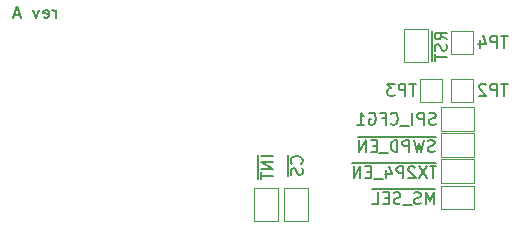
<source format=gbr>
%TF.GenerationSoftware,KiCad,Pcbnew,7.0.7*%
%TF.CreationDate,2023-08-17T11:34:17-04:00*%
%TF.ProjectId,adin1110-featherwing,6164696e-3131-4313-902d-666561746865,rev?*%
%TF.SameCoordinates,Original*%
%TF.FileFunction,Legend,Bot*%
%TF.FilePolarity,Positive*%
%FSLAX46Y46*%
G04 Gerber Fmt 4.6, Leading zero omitted, Abs format (unit mm)*
G04 Created by KiCad (PCBNEW 7.0.7) date 2023-08-17 11:34:17*
%MOMM*%
%LPD*%
G01*
G04 APERTURE LIST*
%ADD10C,0.152400*%
%ADD11C,0.150000*%
%ADD12C,0.120000*%
G04 APERTURE END LIST*
D10*
X140932632Y-83687735D02*
X140932632Y-83010402D01*
X140932632Y-83203926D02*
X140884251Y-83107164D01*
X140884251Y-83107164D02*
X140835870Y-83058783D01*
X140835870Y-83058783D02*
X140739108Y-83010402D01*
X140739108Y-83010402D02*
X140642346Y-83010402D01*
X139916632Y-83639355D02*
X140013394Y-83687735D01*
X140013394Y-83687735D02*
X140206918Y-83687735D01*
X140206918Y-83687735D02*
X140303680Y-83639355D01*
X140303680Y-83639355D02*
X140352061Y-83542593D01*
X140352061Y-83542593D02*
X140352061Y-83155545D01*
X140352061Y-83155545D02*
X140303680Y-83058783D01*
X140303680Y-83058783D02*
X140206918Y-83010402D01*
X140206918Y-83010402D02*
X140013394Y-83010402D01*
X140013394Y-83010402D02*
X139916632Y-83058783D01*
X139916632Y-83058783D02*
X139868251Y-83155545D01*
X139868251Y-83155545D02*
X139868251Y-83252307D01*
X139868251Y-83252307D02*
X140352061Y-83349069D01*
X139529585Y-83010402D02*
X139287680Y-83687735D01*
X139287680Y-83687735D02*
X139045775Y-83010402D01*
X137933014Y-83397450D02*
X137449204Y-83397450D01*
X138029776Y-83687735D02*
X137691109Y-82671735D01*
X137691109Y-82671735D02*
X137352442Y-83687735D01*
D11*
X179214304Y-85205219D02*
X178642876Y-85205219D01*
X178928590Y-86205219D02*
X178928590Y-85205219D01*
X178309542Y-86205219D02*
X178309542Y-85205219D01*
X178309542Y-85205219D02*
X177928590Y-85205219D01*
X177928590Y-85205219D02*
X177833352Y-85252838D01*
X177833352Y-85252838D02*
X177785733Y-85300457D01*
X177785733Y-85300457D02*
X177738114Y-85395695D01*
X177738114Y-85395695D02*
X177738114Y-85538552D01*
X177738114Y-85538552D02*
X177785733Y-85633790D01*
X177785733Y-85633790D02*
X177833352Y-85681409D01*
X177833352Y-85681409D02*
X177928590Y-85729028D01*
X177928590Y-85729028D02*
X178309542Y-85729028D01*
X176880971Y-85538552D02*
X176880971Y-86205219D01*
X177119066Y-85157600D02*
X177357161Y-85871885D01*
X177357161Y-85871885D02*
X176738114Y-85871885D01*
X179214304Y-89269219D02*
X178642876Y-89269219D01*
X178928590Y-90269219D02*
X178928590Y-89269219D01*
X178309542Y-90269219D02*
X178309542Y-89269219D01*
X178309542Y-89269219D02*
X177928590Y-89269219D01*
X177928590Y-89269219D02*
X177833352Y-89316838D01*
X177833352Y-89316838D02*
X177785733Y-89364457D01*
X177785733Y-89364457D02*
X177738114Y-89459695D01*
X177738114Y-89459695D02*
X177738114Y-89602552D01*
X177738114Y-89602552D02*
X177785733Y-89697790D01*
X177785733Y-89697790D02*
X177833352Y-89745409D01*
X177833352Y-89745409D02*
X177928590Y-89793028D01*
X177928590Y-89793028D02*
X178309542Y-89793028D01*
X177357161Y-89364457D02*
X177309542Y-89316838D01*
X177309542Y-89316838D02*
X177214304Y-89269219D01*
X177214304Y-89269219D02*
X176976209Y-89269219D01*
X176976209Y-89269219D02*
X176880971Y-89316838D01*
X176880971Y-89316838D02*
X176833352Y-89364457D01*
X176833352Y-89364457D02*
X176785733Y-89459695D01*
X176785733Y-89459695D02*
X176785733Y-89554933D01*
X176785733Y-89554933D02*
X176833352Y-89697790D01*
X176833352Y-89697790D02*
X177404780Y-90269219D01*
X177404780Y-90269219D02*
X176785733Y-90269219D01*
X171441904Y-89269219D02*
X170870476Y-89269219D01*
X171156190Y-90269219D02*
X171156190Y-89269219D01*
X170537142Y-90269219D02*
X170537142Y-89269219D01*
X170537142Y-89269219D02*
X170156190Y-89269219D01*
X170156190Y-89269219D02*
X170060952Y-89316838D01*
X170060952Y-89316838D02*
X170013333Y-89364457D01*
X170013333Y-89364457D02*
X169965714Y-89459695D01*
X169965714Y-89459695D02*
X169965714Y-89602552D01*
X169965714Y-89602552D02*
X170013333Y-89697790D01*
X170013333Y-89697790D02*
X170060952Y-89745409D01*
X170060952Y-89745409D02*
X170156190Y-89793028D01*
X170156190Y-89793028D02*
X170537142Y-89793028D01*
X169632380Y-89269219D02*
X169013333Y-89269219D01*
X169013333Y-89269219D02*
X169346666Y-89650171D01*
X169346666Y-89650171D02*
X169203809Y-89650171D01*
X169203809Y-89650171D02*
X169108571Y-89697790D01*
X169108571Y-89697790D02*
X169060952Y-89745409D01*
X169060952Y-89745409D02*
X169013333Y-89840647D01*
X169013333Y-89840647D02*
X169013333Y-90078742D01*
X169013333Y-90078742D02*
X169060952Y-90173980D01*
X169060952Y-90173980D02*
X169108571Y-90221600D01*
X169108571Y-90221600D02*
X169203809Y-90269219D01*
X169203809Y-90269219D02*
X169489523Y-90269219D01*
X169489523Y-90269219D02*
X169584761Y-90221600D01*
X169584761Y-90221600D02*
X169632380Y-90173980D01*
X159357219Y-95386638D02*
X158357219Y-95386638D01*
X159357219Y-95862828D02*
X158357219Y-95862828D01*
X158357219Y-95862828D02*
X159357219Y-96434256D01*
X159357219Y-96434256D02*
X158357219Y-96434256D01*
X158357219Y-96767590D02*
X158357219Y-97339018D01*
X159357219Y-97053304D02*
X158357219Y-97053304D01*
X158079600Y-95248543D02*
X158079600Y-97334257D01*
X173108523Y-92660000D02*
X172965666Y-92707619D01*
X172965666Y-92707619D02*
X172727571Y-92707619D01*
X172727571Y-92707619D02*
X172632333Y-92660000D01*
X172632333Y-92660000D02*
X172584714Y-92612380D01*
X172584714Y-92612380D02*
X172537095Y-92517142D01*
X172537095Y-92517142D02*
X172537095Y-92421904D01*
X172537095Y-92421904D02*
X172584714Y-92326666D01*
X172584714Y-92326666D02*
X172632333Y-92279047D01*
X172632333Y-92279047D02*
X172727571Y-92231428D01*
X172727571Y-92231428D02*
X172918047Y-92183809D01*
X172918047Y-92183809D02*
X173013285Y-92136190D01*
X173013285Y-92136190D02*
X173060904Y-92088571D01*
X173060904Y-92088571D02*
X173108523Y-91993333D01*
X173108523Y-91993333D02*
X173108523Y-91898095D01*
X173108523Y-91898095D02*
X173060904Y-91802857D01*
X173060904Y-91802857D02*
X173013285Y-91755238D01*
X173013285Y-91755238D02*
X172918047Y-91707619D01*
X172918047Y-91707619D02*
X172679952Y-91707619D01*
X172679952Y-91707619D02*
X172537095Y-91755238D01*
X172108523Y-92707619D02*
X172108523Y-91707619D01*
X172108523Y-91707619D02*
X171727571Y-91707619D01*
X171727571Y-91707619D02*
X171632333Y-91755238D01*
X171632333Y-91755238D02*
X171584714Y-91802857D01*
X171584714Y-91802857D02*
X171537095Y-91898095D01*
X171537095Y-91898095D02*
X171537095Y-92040952D01*
X171537095Y-92040952D02*
X171584714Y-92136190D01*
X171584714Y-92136190D02*
X171632333Y-92183809D01*
X171632333Y-92183809D02*
X171727571Y-92231428D01*
X171727571Y-92231428D02*
X172108523Y-92231428D01*
X171108523Y-92707619D02*
X171108523Y-91707619D01*
X170870429Y-92802857D02*
X170108524Y-92802857D01*
X169299000Y-92612380D02*
X169346619Y-92660000D01*
X169346619Y-92660000D02*
X169489476Y-92707619D01*
X169489476Y-92707619D02*
X169584714Y-92707619D01*
X169584714Y-92707619D02*
X169727571Y-92660000D01*
X169727571Y-92660000D02*
X169822809Y-92564761D01*
X169822809Y-92564761D02*
X169870428Y-92469523D01*
X169870428Y-92469523D02*
X169918047Y-92279047D01*
X169918047Y-92279047D02*
X169918047Y-92136190D01*
X169918047Y-92136190D02*
X169870428Y-91945714D01*
X169870428Y-91945714D02*
X169822809Y-91850476D01*
X169822809Y-91850476D02*
X169727571Y-91755238D01*
X169727571Y-91755238D02*
X169584714Y-91707619D01*
X169584714Y-91707619D02*
X169489476Y-91707619D01*
X169489476Y-91707619D02*
X169346619Y-91755238D01*
X169346619Y-91755238D02*
X169299000Y-91802857D01*
X168537095Y-92183809D02*
X168870428Y-92183809D01*
X168870428Y-92707619D02*
X168870428Y-91707619D01*
X168870428Y-91707619D02*
X168394238Y-91707619D01*
X167489476Y-91755238D02*
X167584714Y-91707619D01*
X167584714Y-91707619D02*
X167727571Y-91707619D01*
X167727571Y-91707619D02*
X167870428Y-91755238D01*
X167870428Y-91755238D02*
X167965666Y-91850476D01*
X167965666Y-91850476D02*
X168013285Y-91945714D01*
X168013285Y-91945714D02*
X168060904Y-92136190D01*
X168060904Y-92136190D02*
X168060904Y-92279047D01*
X168060904Y-92279047D02*
X168013285Y-92469523D01*
X168013285Y-92469523D02*
X167965666Y-92564761D01*
X167965666Y-92564761D02*
X167870428Y-92660000D01*
X167870428Y-92660000D02*
X167727571Y-92707619D01*
X167727571Y-92707619D02*
X167632333Y-92707619D01*
X167632333Y-92707619D02*
X167489476Y-92660000D01*
X167489476Y-92660000D02*
X167441857Y-92612380D01*
X167441857Y-92612380D02*
X167441857Y-92279047D01*
X167441857Y-92279047D02*
X167632333Y-92279047D01*
X166489476Y-92707619D02*
X167060904Y-92707619D01*
X166775190Y-92707619D02*
X166775190Y-91707619D01*
X166775190Y-91707619D02*
X166870428Y-91850476D01*
X166870428Y-91850476D02*
X166965666Y-91945714D01*
X166965666Y-91945714D02*
X167060904Y-91993333D01*
X172932409Y-99438619D02*
X172932409Y-98438619D01*
X172932409Y-98438619D02*
X172599076Y-99152904D01*
X172599076Y-99152904D02*
X172265743Y-98438619D01*
X172265743Y-98438619D02*
X172265743Y-99438619D01*
X171837171Y-99391000D02*
X171694314Y-99438619D01*
X171694314Y-99438619D02*
X171456219Y-99438619D01*
X171456219Y-99438619D02*
X171360981Y-99391000D01*
X171360981Y-99391000D02*
X171313362Y-99343380D01*
X171313362Y-99343380D02*
X171265743Y-99248142D01*
X171265743Y-99248142D02*
X171265743Y-99152904D01*
X171265743Y-99152904D02*
X171313362Y-99057666D01*
X171313362Y-99057666D02*
X171360981Y-99010047D01*
X171360981Y-99010047D02*
X171456219Y-98962428D01*
X171456219Y-98962428D02*
X171646695Y-98914809D01*
X171646695Y-98914809D02*
X171741933Y-98867190D01*
X171741933Y-98867190D02*
X171789552Y-98819571D01*
X171789552Y-98819571D02*
X171837171Y-98724333D01*
X171837171Y-98724333D02*
X171837171Y-98629095D01*
X171837171Y-98629095D02*
X171789552Y-98533857D01*
X171789552Y-98533857D02*
X171741933Y-98486238D01*
X171741933Y-98486238D02*
X171646695Y-98438619D01*
X171646695Y-98438619D02*
X171408600Y-98438619D01*
X171408600Y-98438619D02*
X171265743Y-98486238D01*
X171075267Y-99533857D02*
X170313362Y-99533857D01*
X170122885Y-99391000D02*
X169980028Y-99438619D01*
X169980028Y-99438619D02*
X169741933Y-99438619D01*
X169741933Y-99438619D02*
X169646695Y-99391000D01*
X169646695Y-99391000D02*
X169599076Y-99343380D01*
X169599076Y-99343380D02*
X169551457Y-99248142D01*
X169551457Y-99248142D02*
X169551457Y-99152904D01*
X169551457Y-99152904D02*
X169599076Y-99057666D01*
X169599076Y-99057666D02*
X169646695Y-99010047D01*
X169646695Y-99010047D02*
X169741933Y-98962428D01*
X169741933Y-98962428D02*
X169932409Y-98914809D01*
X169932409Y-98914809D02*
X170027647Y-98867190D01*
X170027647Y-98867190D02*
X170075266Y-98819571D01*
X170075266Y-98819571D02*
X170122885Y-98724333D01*
X170122885Y-98724333D02*
X170122885Y-98629095D01*
X170122885Y-98629095D02*
X170075266Y-98533857D01*
X170075266Y-98533857D02*
X170027647Y-98486238D01*
X170027647Y-98486238D02*
X169932409Y-98438619D01*
X169932409Y-98438619D02*
X169694314Y-98438619D01*
X169694314Y-98438619D02*
X169551457Y-98486238D01*
X169122885Y-98914809D02*
X168789552Y-98914809D01*
X168646695Y-99438619D02*
X169122885Y-99438619D01*
X169122885Y-99438619D02*
X169122885Y-98438619D01*
X169122885Y-98438619D02*
X168646695Y-98438619D01*
X167741933Y-99438619D02*
X168218123Y-99438619D01*
X168218123Y-99438619D02*
X168218123Y-98438619D01*
X173070505Y-98161000D02*
X167746695Y-98161000D01*
X173013285Y-94971400D02*
X172870428Y-95019019D01*
X172870428Y-95019019D02*
X172632333Y-95019019D01*
X172632333Y-95019019D02*
X172537095Y-94971400D01*
X172537095Y-94971400D02*
X172489476Y-94923780D01*
X172489476Y-94923780D02*
X172441857Y-94828542D01*
X172441857Y-94828542D02*
X172441857Y-94733304D01*
X172441857Y-94733304D02*
X172489476Y-94638066D01*
X172489476Y-94638066D02*
X172537095Y-94590447D01*
X172537095Y-94590447D02*
X172632333Y-94542828D01*
X172632333Y-94542828D02*
X172822809Y-94495209D01*
X172822809Y-94495209D02*
X172918047Y-94447590D01*
X172918047Y-94447590D02*
X172965666Y-94399971D01*
X172965666Y-94399971D02*
X173013285Y-94304733D01*
X173013285Y-94304733D02*
X173013285Y-94209495D01*
X173013285Y-94209495D02*
X172965666Y-94114257D01*
X172965666Y-94114257D02*
X172918047Y-94066638D01*
X172918047Y-94066638D02*
X172822809Y-94019019D01*
X172822809Y-94019019D02*
X172584714Y-94019019D01*
X172584714Y-94019019D02*
X172441857Y-94066638D01*
X172108523Y-94019019D02*
X171870428Y-95019019D01*
X171870428Y-95019019D02*
X171679952Y-94304733D01*
X171679952Y-94304733D02*
X171489476Y-95019019D01*
X171489476Y-95019019D02*
X171251381Y-94019019D01*
X170870428Y-95019019D02*
X170870428Y-94019019D01*
X170870428Y-94019019D02*
X170489476Y-94019019D01*
X170489476Y-94019019D02*
X170394238Y-94066638D01*
X170394238Y-94066638D02*
X170346619Y-94114257D01*
X170346619Y-94114257D02*
X170299000Y-94209495D01*
X170299000Y-94209495D02*
X170299000Y-94352352D01*
X170299000Y-94352352D02*
X170346619Y-94447590D01*
X170346619Y-94447590D02*
X170394238Y-94495209D01*
X170394238Y-94495209D02*
X170489476Y-94542828D01*
X170489476Y-94542828D02*
X170870428Y-94542828D01*
X169870428Y-95019019D02*
X169870428Y-94019019D01*
X169870428Y-94019019D02*
X169632333Y-94019019D01*
X169632333Y-94019019D02*
X169489476Y-94066638D01*
X169489476Y-94066638D02*
X169394238Y-94161876D01*
X169394238Y-94161876D02*
X169346619Y-94257114D01*
X169346619Y-94257114D02*
X169299000Y-94447590D01*
X169299000Y-94447590D02*
X169299000Y-94590447D01*
X169299000Y-94590447D02*
X169346619Y-94780923D01*
X169346619Y-94780923D02*
X169394238Y-94876161D01*
X169394238Y-94876161D02*
X169489476Y-94971400D01*
X169489476Y-94971400D02*
X169632333Y-95019019D01*
X169632333Y-95019019D02*
X169870428Y-95019019D01*
X169108524Y-95114257D02*
X168346619Y-95114257D01*
X168108523Y-94495209D02*
X167775190Y-94495209D01*
X167632333Y-95019019D02*
X168108523Y-95019019D01*
X168108523Y-95019019D02*
X168108523Y-94019019D01*
X168108523Y-94019019D02*
X167632333Y-94019019D01*
X167203761Y-95019019D02*
X167203761Y-94019019D01*
X167203761Y-94019019D02*
X166632333Y-95019019D01*
X166632333Y-95019019D02*
X166632333Y-94019019D01*
X173103762Y-93741400D02*
X166494238Y-93741400D01*
X174038419Y-85507580D02*
X173562228Y-85174247D01*
X174038419Y-84936152D02*
X173038419Y-84936152D01*
X173038419Y-84936152D02*
X173038419Y-85317104D01*
X173038419Y-85317104D02*
X173086038Y-85412342D01*
X173086038Y-85412342D02*
X173133657Y-85459961D01*
X173133657Y-85459961D02*
X173228895Y-85507580D01*
X173228895Y-85507580D02*
X173371752Y-85507580D01*
X173371752Y-85507580D02*
X173466990Y-85459961D01*
X173466990Y-85459961D02*
X173514609Y-85412342D01*
X173514609Y-85412342D02*
X173562228Y-85317104D01*
X173562228Y-85317104D02*
X173562228Y-84936152D01*
X173990800Y-85888533D02*
X174038419Y-86031390D01*
X174038419Y-86031390D02*
X174038419Y-86269485D01*
X174038419Y-86269485D02*
X173990800Y-86364723D01*
X173990800Y-86364723D02*
X173943180Y-86412342D01*
X173943180Y-86412342D02*
X173847942Y-86459961D01*
X173847942Y-86459961D02*
X173752704Y-86459961D01*
X173752704Y-86459961D02*
X173657466Y-86412342D01*
X173657466Y-86412342D02*
X173609847Y-86364723D01*
X173609847Y-86364723D02*
X173562228Y-86269485D01*
X173562228Y-86269485D02*
X173514609Y-86079009D01*
X173514609Y-86079009D02*
X173466990Y-85983771D01*
X173466990Y-85983771D02*
X173419371Y-85936152D01*
X173419371Y-85936152D02*
X173324133Y-85888533D01*
X173324133Y-85888533D02*
X173228895Y-85888533D01*
X173228895Y-85888533D02*
X173133657Y-85936152D01*
X173133657Y-85936152D02*
X173086038Y-85983771D01*
X173086038Y-85983771D02*
X173038419Y-86079009D01*
X173038419Y-86079009D02*
X173038419Y-86317104D01*
X173038419Y-86317104D02*
X173086038Y-86459961D01*
X173038419Y-86745676D02*
X173038419Y-87317104D01*
X174038419Y-87031390D02*
X173038419Y-87031390D01*
X172760800Y-84798057D02*
X172760800Y-87312343D01*
X173167228Y-96254219D02*
X172595800Y-96254219D01*
X172881514Y-97254219D02*
X172881514Y-96254219D01*
X172357704Y-96254219D02*
X171691038Y-97254219D01*
X171691038Y-96254219D02*
X172357704Y-97254219D01*
X171357704Y-96349457D02*
X171310085Y-96301838D01*
X171310085Y-96301838D02*
X171214847Y-96254219D01*
X171214847Y-96254219D02*
X170976752Y-96254219D01*
X170976752Y-96254219D02*
X170881514Y-96301838D01*
X170881514Y-96301838D02*
X170833895Y-96349457D01*
X170833895Y-96349457D02*
X170786276Y-96444695D01*
X170786276Y-96444695D02*
X170786276Y-96539933D01*
X170786276Y-96539933D02*
X170833895Y-96682790D01*
X170833895Y-96682790D02*
X171405323Y-97254219D01*
X171405323Y-97254219D02*
X170786276Y-97254219D01*
X170357704Y-97254219D02*
X170357704Y-96254219D01*
X170357704Y-96254219D02*
X169976752Y-96254219D01*
X169976752Y-96254219D02*
X169881514Y-96301838D01*
X169881514Y-96301838D02*
X169833895Y-96349457D01*
X169833895Y-96349457D02*
X169786276Y-96444695D01*
X169786276Y-96444695D02*
X169786276Y-96587552D01*
X169786276Y-96587552D02*
X169833895Y-96682790D01*
X169833895Y-96682790D02*
X169881514Y-96730409D01*
X169881514Y-96730409D02*
X169976752Y-96778028D01*
X169976752Y-96778028D02*
X170357704Y-96778028D01*
X168929133Y-96587552D02*
X168929133Y-97254219D01*
X169167228Y-96206600D02*
X169405323Y-96920885D01*
X169405323Y-96920885D02*
X168786276Y-96920885D01*
X168643419Y-97349457D02*
X167881514Y-97349457D01*
X167643418Y-96730409D02*
X167310085Y-96730409D01*
X167167228Y-97254219D02*
X167643418Y-97254219D01*
X167643418Y-97254219D02*
X167643418Y-96254219D01*
X167643418Y-96254219D02*
X167167228Y-96254219D01*
X166738656Y-97254219D02*
X166738656Y-96254219D01*
X166738656Y-96254219D02*
X166167228Y-97254219D01*
X166167228Y-97254219D02*
X166167228Y-96254219D01*
X173162467Y-95976600D02*
X166029133Y-95976600D01*
X161751180Y-96023133D02*
X161798800Y-95975514D01*
X161798800Y-95975514D02*
X161846419Y-95832657D01*
X161846419Y-95832657D02*
X161846419Y-95737419D01*
X161846419Y-95737419D02*
X161798800Y-95594562D01*
X161798800Y-95594562D02*
X161703561Y-95499324D01*
X161703561Y-95499324D02*
X161608323Y-95451705D01*
X161608323Y-95451705D02*
X161417847Y-95404086D01*
X161417847Y-95404086D02*
X161274990Y-95404086D01*
X161274990Y-95404086D02*
X161084514Y-95451705D01*
X161084514Y-95451705D02*
X160989276Y-95499324D01*
X160989276Y-95499324D02*
X160894038Y-95594562D01*
X160894038Y-95594562D02*
X160846419Y-95737419D01*
X160846419Y-95737419D02*
X160846419Y-95832657D01*
X160846419Y-95832657D02*
X160894038Y-95975514D01*
X160894038Y-95975514D02*
X160941657Y-96023133D01*
X161798800Y-96404086D02*
X161846419Y-96546943D01*
X161846419Y-96546943D02*
X161846419Y-96785038D01*
X161846419Y-96785038D02*
X161798800Y-96880276D01*
X161798800Y-96880276D02*
X161751180Y-96927895D01*
X161751180Y-96927895D02*
X161655942Y-96975514D01*
X161655942Y-96975514D02*
X161560704Y-96975514D01*
X161560704Y-96975514D02*
X161465466Y-96927895D01*
X161465466Y-96927895D02*
X161417847Y-96880276D01*
X161417847Y-96880276D02*
X161370228Y-96785038D01*
X161370228Y-96785038D02*
X161322609Y-96594562D01*
X161322609Y-96594562D02*
X161274990Y-96499324D01*
X161274990Y-96499324D02*
X161227371Y-96451705D01*
X161227371Y-96451705D02*
X161132133Y-96404086D01*
X161132133Y-96404086D02*
X161036895Y-96404086D01*
X161036895Y-96404086D02*
X160941657Y-96451705D01*
X160941657Y-96451705D02*
X160894038Y-96499324D01*
X160894038Y-96499324D02*
X160846419Y-96594562D01*
X160846419Y-96594562D02*
X160846419Y-96832657D01*
X160846419Y-96832657D02*
X160894038Y-96975514D01*
X160568800Y-95313610D02*
X160568800Y-97065991D01*
D12*
%TO.C,TP4*%
X174410800Y-84850400D02*
X174410800Y-84800400D01*
X174410800Y-84800400D02*
X176260800Y-84800400D01*
X174410800Y-86700400D02*
X174410800Y-84850400D01*
X176260800Y-86700400D02*
X174410800Y-86700400D01*
X176260800Y-84800400D02*
X176260800Y-86700400D01*
%TO.C,TP2*%
X174410800Y-88914400D02*
X174410800Y-88864400D01*
X174410800Y-88864400D02*
X176260800Y-88864400D01*
X174410800Y-90764400D02*
X174410800Y-88914400D01*
X176260800Y-90764400D02*
X174410800Y-90764400D01*
X176260800Y-88864400D02*
X176260800Y-90764400D01*
%TO.C,TP3*%
X171820000Y-88914400D02*
X171820000Y-88864400D01*
X171820000Y-88864400D02*
X173670000Y-88864400D01*
X171820000Y-90764400D02*
X171820000Y-88914400D01*
X173670000Y-90764400D02*
X171820000Y-90764400D01*
X173670000Y-88864400D02*
X173670000Y-90764400D01*
%TO.C,JP1*%
X159750000Y-98066400D02*
X157750000Y-98066400D01*
X157750000Y-98066400D02*
X157750000Y-100866400D01*
X159750000Y-100866400D02*
X159750000Y-98066400D01*
X157750000Y-100866400D02*
X159750000Y-100866400D01*
%TO.C,JP5*%
X173529800Y-91227400D02*
X173529800Y-93227400D01*
X173529800Y-93227400D02*
X176329800Y-93227400D01*
X176329800Y-91227400D02*
X173529800Y-91227400D01*
X176329800Y-93227400D02*
X176329800Y-91227400D01*
%TO.C,JP7*%
X173529800Y-97882198D02*
X173529800Y-99882198D01*
X173529800Y-99882198D02*
X176329800Y-99882198D01*
X176329800Y-97882198D02*
X173529800Y-97882198D01*
X176329800Y-99882198D02*
X176329800Y-97882198D01*
%TO.C,JP6*%
X173529800Y-93445666D02*
X173529800Y-95445666D01*
X173529800Y-95445666D02*
X176329800Y-95445666D01*
X176329800Y-93445666D02*
X173529800Y-93445666D01*
X176329800Y-95445666D02*
X176329800Y-93445666D01*
%TO.C,JP2*%
X170450000Y-87404400D02*
X172450000Y-87404400D01*
X172450000Y-87404400D02*
X172450000Y-84604400D01*
X170450000Y-84604400D02*
X170450000Y-87404400D01*
X172450000Y-84604400D02*
X170450000Y-84604400D01*
%TO.C,JP4*%
X173529800Y-95663932D02*
X173529800Y-97663932D01*
X173529800Y-97663932D02*
X176329800Y-97663932D01*
X176329800Y-95663932D02*
X173529800Y-95663932D01*
X176329800Y-97663932D02*
X176329800Y-95663932D01*
%TO.C,JP3*%
X162290000Y-98066400D02*
X160290000Y-98066400D01*
X160290000Y-98066400D02*
X160290000Y-100866400D01*
X162290000Y-100866400D02*
X162290000Y-98066400D01*
X160290000Y-100866400D02*
X162290000Y-100866400D01*
%TD*%
M02*

</source>
